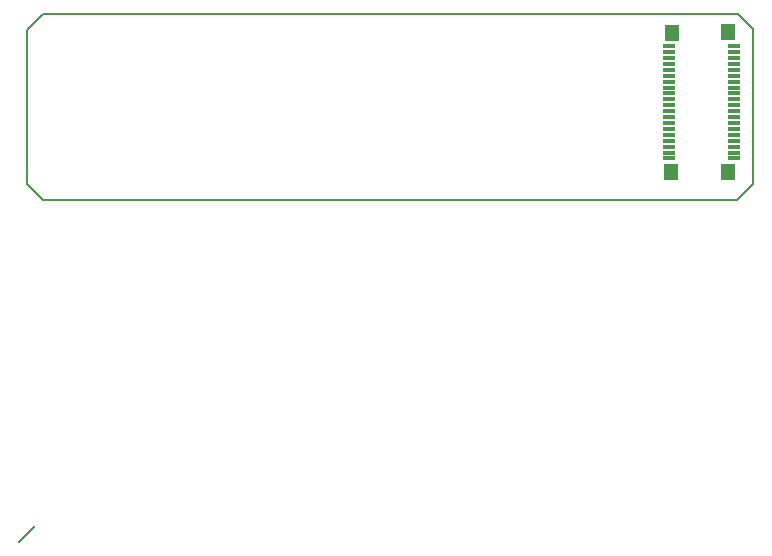
<source format=gtp>
G04 Layer_Color=8421504*
%FSLAX25Y25*%
%MOIN*%
G70*
G01*
G75*
%ADD10R,0.04724X0.05315*%
%ADD11R,0.03937X0.01378*%
%ADD12C,0.00709*%
D10*
X215361Y56080D02*
D03*
X234072Y56280D02*
D03*
Y9724D02*
D03*
X215197Y9719D02*
D03*
D11*
X235942Y51654D02*
D03*
Y49685D02*
D03*
Y47717D02*
D03*
Y45748D02*
D03*
Y43780D02*
D03*
Y41811D02*
D03*
Y39843D02*
D03*
Y37874D02*
D03*
Y35906D02*
D03*
Y33937D02*
D03*
Y31969D02*
D03*
Y30000D02*
D03*
Y28032D02*
D03*
Y26063D02*
D03*
Y24094D02*
D03*
Y22126D02*
D03*
Y20157D02*
D03*
Y18189D02*
D03*
Y16220D02*
D03*
Y14252D02*
D03*
X214288Y51654D02*
D03*
Y31969D02*
D03*
Y30000D02*
D03*
Y28032D02*
D03*
Y26063D02*
D03*
Y24094D02*
D03*
Y22126D02*
D03*
Y20157D02*
D03*
Y18189D02*
D03*
Y16220D02*
D03*
Y14252D02*
D03*
Y33937D02*
D03*
Y35906D02*
D03*
Y37874D02*
D03*
Y39843D02*
D03*
Y41811D02*
D03*
Y43780D02*
D03*
Y45748D02*
D03*
Y47717D02*
D03*
Y49685D02*
D03*
D12*
X237300Y62500D02*
X242400Y57400D01*
X400Y5600D02*
Y57200D01*
Y5600D02*
X5600Y400D01*
X237100D01*
X-2100Y-113500D02*
X3000Y-108400D01*
X5700Y62500D02*
X237300D01*
X600Y57300D02*
X5700Y62400D01*
X242400Y5700D02*
Y57400D01*
X237200Y500D02*
X242300Y5600D01*
M02*

</source>
